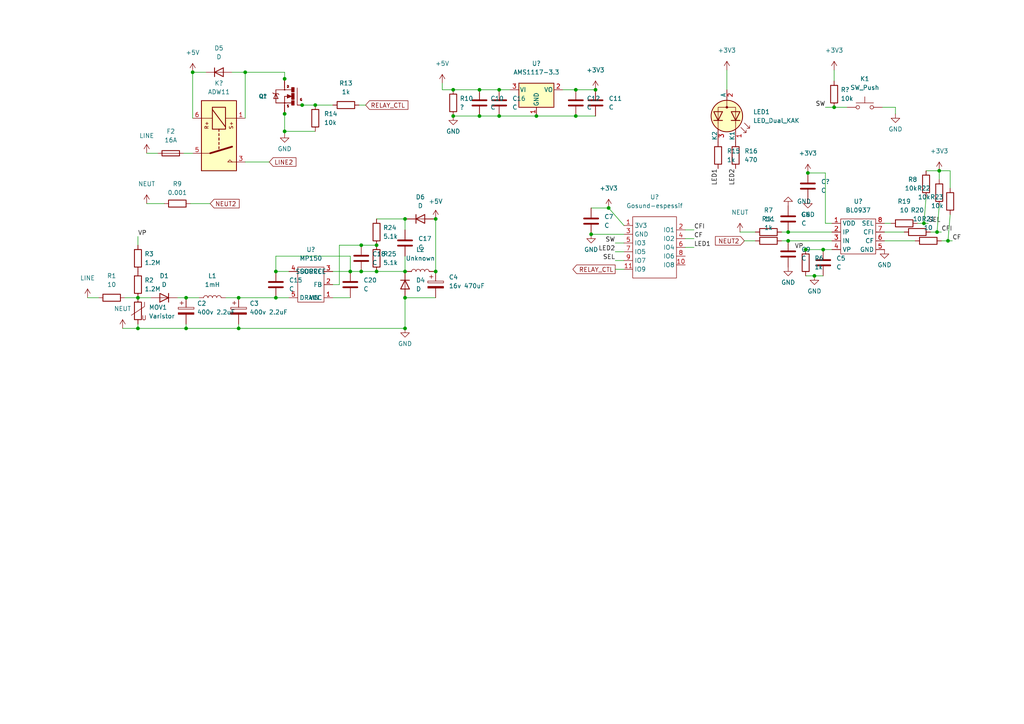
<source format=kicad_sch>
(kicad_sch (version 20211123) (generator eeschema)
  (paper "A4")
  (lib_symbols
    (symbol "Device:C" (pin_numbers hide) (pin_names (offset 0.254))
      (property "Reference" "C" (at 0.635 2.54 0))
      (property "Value" "C" (at 0.635 -2.54 0))
      (symbol "C_0_1"
        (polyline (pts (xy -2.032 -0.762) (xy 2.032 -0.762)) (stroke (width 0.508)))
        (polyline (pts (xy -2.032 0.762) (xy 2.032 0.762)) (stroke (width 0.508)))
      )
      (symbol "C_1_1"
        (pin passive line (at 0 3.81 270) (length 2.794) (name "~") (number "1"))
        (pin passive line (at 0 -3.81 90) (length 2.794) (name "~") (number "2"))
      )
    )
    (symbol "Device:C_Polarized" (pin_numbers hide) (pin_names (offset 0.254))
      (property "Reference" "C" (at 0.635 2.54 0))
      (property "Value" "C_Polarized" (at 0.635 -2.54 0))
      (symbol "C_Polarized_0_1"
        (rectangle (start -2.286 0.508) (end 2.286 1.016))
        (polyline (pts (xy -1.778 2.286) (xy -0.762 2.286)))
        (polyline (pts (xy -1.27 2.794) (xy -1.27 1.778)))
        (rectangle (start 2.286 -0.508) (end -2.286 -1.016) (fill (type outline)))
      )
      (symbol "C_Polarized_1_1"
        (pin passive line (at 0 3.81 270) (length 2.794) (name "~") (number "1"))
        (pin passive line (at 0 -3.81 90) (length 2.794) (name "~") (number "2"))
      )
    )
    (symbol "Device:D" (pin_numbers hide) (pin_names (offset 1.016) hide)
      (property "Reference" "D" (at 0 2.54 0))
      (property "Value" "D" (at 0 -2.54 0))
      (symbol "D_0_1"
        (polyline (pts (xy -1.27 1.27) (xy -1.27 -1.27)) (stroke (width 0.254)))
        (polyline (pts (xy 1.27 0) (xy -1.27 0)))
        (polyline (pts (xy 1.27 1.27) (xy 1.27 -1.27) (xy -1.27 0) (xy 1.27 1.27)) (stroke (width 0.254)))
      )
      (symbol "D_1_1"
        (pin passive line (at -3.81 0 0) (length 2.54) (name "K") (number "1"))
        (pin passive line (at 3.81 0 180) (length 2.54) (name "A") (number "2"))
      )
    )
    (symbol "Device:Fuse" (pin_numbers hide) (pin_names (offset 0))
      (property "Reference" "F" (at 2.032 0 90))
      (property "Value" "Fuse" (at -1.905 0 90))
      (symbol "Fuse_0_1"
        (rectangle (start -0.762 -2.54) (end 0.762 2.54) (stroke (width 0.254)))
        (polyline (pts (xy 0 2.54) (xy 0 -2.54)))
      )
      (symbol "Fuse_1_1"
        (pin passive line (at 0 3.81 270) (length 1.27) (name "~") (number "1"))
        (pin passive line (at 0 -3.81 90) (length 1.27) (name "~") (number "2"))
      )
    )
    (symbol "Device:L" (pin_numbers hide) (pin_names (offset 1.016) hide)
      (property "Reference" "L" (at -1.27 0 90))
      (property "Value" "L" (at 1.905 0 90))
      (symbol "L_0_1"
        (arc (start 0 -2.54) (mid 0.635 -1.905) (end 0 -1.27))
        (arc (start 0 -1.27) (mid 0.635 -0.635) (end 0 0))
        (arc (start 0 0) (mid 0.635 0.635) (end 0 1.27))
        (arc (start 0 1.27) (mid 0.635 1.905) (end 0 2.54))
      )
      (symbol "L_1_1"
        (pin passive line (at 0 3.81 270) (length 1.27) (name "1") (number "1"))
        (pin passive line (at 0 -3.81 90) (length 1.27) (name "2") (number "2"))
      )
    )
    (symbol "Device:LED_Dual_KAK" (pin_names (offset 0))
      (property "Reference" "D" (at 0 5.715 0))
      (property "Value" "LED_Dual_KAK" (at 0 -6.35 0))
      (symbol "LED_Dual_KAK_0_1"
        (circle (center -2.54 0) (radius 0.2794) (fill (type outline)))
        (polyline (pts (xy -4.572 0) (xy -2.54 0)))
        (polyline (pts (xy 1.27 -1.27) (xy 1.27 -3.81)) (stroke (width 0.254)))
        (polyline (pts (xy 1.27 3.81) (xy 1.27 1.27)) (stroke (width 0.254)))
        (polyline (pts (xy 3.81 -2.54) (xy 1.905 -2.54)))
        (polyline (pts (xy 3.81 2.54) (xy 1.905 2.54)))
        (polyline (pts (xy -1.27 -1.27) (xy -1.27 -3.81) (xy 1.27 -2.54) (xy -1.27 -1.27)) (stroke (width 0.254)))
        (polyline (pts (xy -1.27 3.81) (xy -1.27 1.27) (xy 1.27 2.54) (xy -1.27 3.81)) (stroke (width 0.254)))
        (polyline (pts (xy 2.032 2.54) (xy -2.54 2.54) (xy -2.54 -2.54) (xy 2.032 -2.54)))
        (polyline (pts (xy 2.032 5.08) (xy 3.556 6.604) (xy 2.794 6.604) (xy 3.556 6.604) (xy 3.556 5.842)))
        (polyline (pts (xy 3.302 4.064) (xy 4.826 5.588) (xy 4.064 5.588) (xy 4.826 5.588) (xy 4.826 4.826)))
        (circle (center 0 0) (radius 4.572) (stroke (width 0.254)) (fill (type background)))
      )
      (symbol "LED_Dual_KAK_1_1"
        (pin input line (at 7.62 2.54 180) (length 3.81) (name "K1") (number "1"))
        (pin input line (at -7.62 0 0) (length 3.048) (name "A") (number "2"))
        (pin input line (at 7.62 -2.54 180) (length 3.81) (name "K2") (number "3"))
      )
    )
    (symbol "Device:R" (pin_numbers hide) (pin_names (offset 0))
      (property "Reference" "R" (at 2.032 0 90))
      (property "Value" "R" (at 0 0 90))
      (symbol "R_0_1"
        (rectangle (start -1.016 -2.54) (end 1.016 2.54) (stroke (width 0.254)))
      )
      (symbol "R_1_1"
        (pin passive line (at 0 3.81 270) (length 1.27) (name "~") (number "1"))
        (pin passive line (at 0 -3.81 90) (length 1.27) (name "~") (number "2"))
      )
    )
    (symbol "Device:Varistor" (pin_numbers hide) (pin_names (offset 0))
      (property "Reference" "RV" (at 3.175 0 90))
      (property "Value" "Varistor" (at -3.175 0 90))
      (symbol "Varistor_0_0"
        (text "U" (at -1.778 -2.032 0) (effects (font (size 1.27 1.27))))
      )
      (symbol "Varistor_0_1"
        (rectangle (start -1.016 -2.54) (end 1.016 2.54) (stroke (width 0.254)))
        (polyline (pts (xy -1.905 2.54) (xy -1.905 1.27) (xy 1.905 -1.27)))
      )
      (symbol "Varistor_1_1"
        (pin passive line (at 0 3.81 270) (length 1.27) (name "~") (number "1"))
        (pin passive line (at 0 -3.81 90) (length 1.27) (name "~") (number "2"))
      )
    )
    (symbol "PW:BL0937"
      (property "Reference" "U" (at 0 8.89 0))
      (property "Value" "BL0937" (at 0 6.35 0))
      (symbol "BL0937_0_1"
        (rectangle (start -5.08 5.08) (end 5.08 -5.08))
      )
      (symbol "BL0937_1_1"
        (pin power_in line (at -7.62 3.81 0) (length 2.54) (name "VDD") (number "1"))
        (pin input line (at -7.62 1.27 0) (length 2.54) (name "IP") (number "2"))
        (pin input line (at -7.62 -1.27 0) (length 2.54) (name "IN") (number "3"))
        (pin input line (at -7.62 -3.81 0) (length 2.54) (name "VP") (number "4"))
        (pin power_in line (at 7.62 -3.81 180) (length 2.54) (name "GND") (number "5"))
        (pin input line (at 7.62 -1.27 180) (length 2.54) (name "CF") (number "6"))
        (pin input line (at 7.62 1.27 180) (length 2.54) (name "CFI") (number "7"))
        (pin input line (at 7.62 3.81 180) (length 2.54) (name "SEL") (number "8"))
      )
    )
    (symbol "PW:Gosund-espessif"
      (property "Reference" "U" (at -1.27 12.7 0))
      (property "Value" "Gosund-espessif" (at 0 10.16 0))
      (symbol "Gosund-espessif_0_1"
        (rectangle (start -6.35 8.89) (end 6.35 -8.89))
      )
      (symbol "Gosund-espessif_1_1"
        (pin power_in line (at -8.89 6.35 0) (length 2.54) (name "3V3") (number "1"))
        (pin bidirectional line (at 8.89 -5.08 180) (length 2.54) (name "IO8") (number "10"))
        (pin bidirectional line (at -8.89 -6.35 0) (length 2.54) (name "IO9") (number "11"))
        (pin bidirectional line (at 8.89 5.08 180) (length 2.54) (name "IO1") (number "2"))
        (pin power_in line (at -8.89 3.81 0) (length 2.54) (name "GND") (number "3"))
        (pin bidirectional line (at 8.89 2.54 180) (length 2.54) (name "IO2") (number "4"))
        (pin bidirectional line (at -8.89 1.27 0) (length 2.54) (name "IO3") (number "5"))
        (pin bidirectional line (at 8.89 0 180) (length 2.54) (name "IO4") (number "6"))
        (pin bidirectional line (at -8.89 -1.27 0) (length 2.54) (name "IO5") (number "7"))
        (pin bidirectional line (at 8.89 -2.54 180) (length 2.54) (name "IO6") (number "8"))
        (pin bidirectional line (at -8.89 -3.81 0) (length 2.54) (name "IO7") (number "9"))
      )
    )
    (symbol "PW:MP150"
      (property "Reference" "U" (at 0 0 0))
      (property "Value" "MP150" (at 0 0 0))
      (symbol "MP150_0_1"
        (rectangle (start -3.81 5.08) (end 3.81 -5.08) (stroke (width 0.1524)))
      )
      (symbol "MP150_1_1"
        (pin bidirectional line (at 6.35 -3.81 180) (length 2.54) (name "VCC") (number "1"))
        (pin input line (at 6.35 0 180) (length 2.54) (name "FB") (number "2"))
        (pin input line (at 6.35 3.81 180) (length 2.54) (name "SOURCE") (number "3"))
        (pin input line (at -6.35 3.81 0) (length 2.54) (name "SOURCE") (number "4"))
        (pin input line (at -6.35 -3.81 0) (length 2.54) (name "DRAIN") (number "5"))
      )
    )
    (symbol "PW:NMOSFETSOT23" (pin_numbers hide) (pin_names (offset 1.016) hide)
      (property "Reference" "Q" (at 7.62 2.54 0))
      (symbol "NMOSFETSOT23_1_0"
        (polyline (pts (xy -1.1176 -2.54) (xy -2.54 -2.54)))
        (polyline (pts (xy -1.1176 2.413) (xy -1.1176 -2.54)))
        (polyline (pts (xy 0.508 -1.905) (xy 2.54 -1.905)))
        (polyline (pts (xy 0.508 0) (xy 1.778 -0.508)))
        (polyline (pts (xy 0.762 0) (xy 1.651 -0.254)))
        (polyline (pts (xy 1.651 -0.254) (xy 1.651 0)))
        (polyline (pts (xy 1.651 0) (xy 1.397 0)))
        (polyline (pts (xy 1.651 0) (xy 2.54 0)))
        (polyline (pts (xy 1.651 0.254) (xy 0.762 0)))
        (polyline (pts (xy 1.778 -0.508) (xy 1.778 0.508)))
        (polyline (pts (xy 1.778 0.508) (xy 0.508 0)))
        (polyline (pts (xy 2.54 -1.905) (xy 2.54 -2.54)))
        (polyline (pts (xy 2.54 0) (xy 2.54 -1.905)))
        (polyline (pts (xy 2.54 1.905) (xy 0.5334 1.905)))
        (polyline (pts (xy 2.54 1.905) (xy 5.08 1.905)))
        (polyline (pts (xy 2.54 2.54) (xy 2.54 1.905)))
        (polyline (pts (xy 4.445 -0.635) (xy 5.715 -0.635)))
        (polyline (pts (xy 4.445 0.762) (xy 4.191 0.508)))
        (polyline (pts (xy 4.445 0.762) (xy 5.08 0.762)))
        (polyline (pts (xy 5.08 -1.905) (xy 2.54 -1.905)))
        (polyline (pts (xy 5.08 0.762) (xy 4.445 -0.635)))
        (polyline (pts (xy 5.08 0.762) (xy 5.08 -1.905)))
        (polyline (pts (xy 5.08 0.762) (xy 5.715 0.762)))
        (polyline (pts (xy 5.08 1.905) (xy 5.08 0.762)))
        (polyline (pts (xy 5.715 -0.635) (xy 5.08 0.762)))
        (polyline (pts (xy 5.715 0.762) (xy 5.969 1.016)))
        (text "D" (at 1.5748 2.8448 0) (effects (font (size 0.6604 0.6604))))
        (text "G" (at -2.2352 -0.9398 0) (effects (font (size 0.6604 0.6604))))
        (text "S" (at 1.5748 -2.8448 0) (effects (font (size 0.6604 0.6604))))
      )
      (symbol "NMOSFETSOT23_1_1"
        (rectangle (start -0.254 -2.54) (end 0.508 -1.27) (fill (type outline)))
        (rectangle (start -0.254 -0.889) (end 0.508 0.889) (fill (type outline)))
        (rectangle (start -0.254 1.27) (end 0.508 2.54) (fill (type outline)))
        (circle (center 2.54 -1.905) (radius 0.127) (fill (type outline)))
        (circle (center 2.54 1.905) (radius 0.127) (fill (type outline)))
        (pin passive line (at -2.54 -2.54 0) (length 0) (name "G") (number "1"))
        (pin passive line (at 2.54 -5.08 90) (length 2.54) (name "S") (number "2"))
        (pin passive line (at 2.54 5.08 270) (length 2.54) (name "D") (number "3"))
      )
    )
    (symbol "Regulator_Linear:AMS1117-3.3" (pin_names (offset 0.254))
      (property "Reference" "U" (at -3.81 3.175 0))
      (property "Value" "AMS1117-3.3" (at 0 3.175 0))
      (symbol "AMS1117-3.3_0_1"
        (rectangle (start -5.08 -5.08) (end 5.08 1.905) (stroke (width 0.254)) (fill (type background)))
      )
      (symbol "AMS1117-3.3_1_1"
        (pin power_in line (at 0 -7.62 90) (length 2.54) (name "GND") (number "1"))
        (pin power_out line (at 7.62 0 180) (length 2.54) (name "VO") (number "2"))
        (pin power_in line (at -7.62 0 0) (length 2.54) (name "VI") (number "3"))
      )
    )
    (symbol "Relay:ADW11"
      (property "Reference" "K" (at 11.43 3.81 0))
      (property "Value" "ADW11" (at 13.97 1.27 0))
      (symbol "ADW11_1_1"
        (rectangle (start -10.16 5.08) (end 10.16 -5.08) (stroke (width 0.254)) (fill (type background)))
        (rectangle (start -8.255 1.905) (end -1.905 -1.905) (stroke (width 0.254)))
        (polyline (pts (xy -7.62 -1.905) (xy -2.54 1.905)) (stroke (width 0.254)))
        (polyline (pts (xy -5.08 -5.08) (xy -5.08 -1.905)))
        (polyline (pts (xy -5.08 5.08) (xy -5.08 1.905)))
        (polyline (pts (xy -1.905 0) (xy -1.27 0)) (stroke (width 0.254)))
        (polyline (pts (xy -0.635 0) (xy 0 0)) (stroke (width 0.254)))
        (polyline (pts (xy 0.635 0) (xy 1.27 0)) (stroke (width 0.254)))
        (polyline (pts (xy 0.635 0) (xy 1.27 0)) (stroke (width 0.254)))
        (polyline (pts (xy 1.905 0) (xy 2.54 0)) (stroke (width 0.254)))
        (polyline (pts (xy 3.175 0) (xy 3.81 0)) (stroke (width 0.254)))
        (polyline (pts (xy 5.08 -2.54) (xy 3.175 3.81)) (stroke (width 0.508)))
        (polyline (pts (xy 5.08 -2.54) (xy 5.08 -5.08)))
        (polyline (pts (xy 7.62 3.81) (xy 7.62 5.08)))
        (polyline (pts (xy 7.62 3.81) (xy 7.62 2.54) (xy 6.985 3.175) (xy 7.62 3.81)))
        (text "R+" (at -3.048 -3.556 0) (effects (font (size 1.016 1.016))))
        (text "S+" (at -3.048 3.556 0) (effects (font (size 1.016 1.016))))
        (pin passive line (at -5.08 7.62 270) (length 2.54) (name "~") (number "1"))
        (pin passive line (at 7.62 7.62 270) (length 2.54) (name "~") (number "3"))
        (pin passive line (at 5.08 -7.62 90) (length 2.54) (name "~") (number "5"))
        (pin passive line (at -5.08 -7.62 90) (length 2.54) (name "~") (number "6"))
      )
    )
    (symbol "Switch:SW_Push" (pin_numbers hide) (pin_names (offset 1.016) hide)
      (property "Reference" "SW" (at 1.27 2.54 0))
      (property "Value" "SW_Push" (at 0 -1.524 0))
      (symbol "SW_Push_0_1"
        (circle (center -2.032 0) (radius 0.508))
        (polyline (pts (xy 0 1.27) (xy 0 3.048)))
        (polyline (pts (xy 2.54 1.27) (xy -2.54 1.27)))
        (circle (center 2.032 0) (radius 0.508))
        (pin passive line (at -5.08 0 0) (length 2.54) (name "1") (number "1"))
        (pin passive line (at 5.08 0 180) (length 2.54) (name "2") (number "2"))
      )
    )
    (symbol "power:+3V3" (power) (pin_names (offset 0))
      (property "Value" "+3V3" (at 0 3.556 0))
      (symbol "+3V3_0_1"
        (polyline (pts (xy -0.762 1.27) (xy 0 2.54)))
        (polyline (pts (xy 0 0) (xy 0 2.54)))
        (polyline (pts (xy 0 2.54) (xy 0.762 1.27)))
      )
      (symbol "+3V3_1_1"
        (pin power_in line (at 0 0 90) (length 0) hide (name "+3V3") (number "1"))
      )
    )
    (symbol "power:+5V" (power) (pin_names (offset 0))
      (property "Value" "+5V" (at 0 3.556 0))
      (symbol "+5V_0_1"
        (polyline (pts (xy -0.762 1.27) (xy 0 2.54)))
        (polyline (pts (xy 0 0) (xy 0 2.54)))
        (polyline (pts (xy 0 2.54) (xy 0.762 1.27)))
      )
      (symbol "+5V_1_1"
        (pin power_in line (at 0 0 90) (length 0) hide (name "+5V") (number "1"))
      )
    )
    (symbol "power:GND" (power) (pin_names (offset 0))
      (property "Value" "GND" (at 0 -3.81 0))
      (symbol "GND_0_1"
        (polyline (pts (xy 0 0) (xy 0 -1.27) (xy 1.27 -1.27) (xy 0 -2.54) (xy -1.27 -1.27) (xy 0 -1.27)))
      )
      (symbol "GND_1_1"
        (pin power_in line (at 0 0 270) (length 0) hide (name "GND") (number "1"))
      )
    )
    (symbol "power:LINE" (power) (pin_names (offset 0))
      (property "Value" "LINE" (at 0 3.81 0))
      (symbol "LINE_0_1"
        (polyline (pts (xy -0.762 1.27) (xy 0 2.54)))
        (polyline (pts (xy 0 0) (xy 0 2.54)))
        (polyline (pts (xy 0 2.54) (xy 0.762 1.27)))
      )
      (symbol "LINE_1_1"
        (pin power_in line (at 0 0 90) (length 0) hide (name "LINE") (number "1"))
      )
    )
    (symbol "power:NEUT" (power) (pin_names (offset 0))
      (property "Value" "NEUT" (at 0 3.81 0))
      (symbol "NEUT_0_1"
        (polyline (pts (xy -0.762 1.27) (xy 0 2.54)))
        (polyline (pts (xy 0 0) (xy 0 2.54)))
        (polyline (pts (xy 0 2.54) (xy 0.762 1.27)))
      )
      (symbol "NEUT_1_1"
        (pin power_in line (at 0 0 90) (length 0) hide (name "NEUT") (number "1"))
      )
    )
  )
  (junction (at 172.72 26.035))
  (junction (at 233.68 72.39))
  (junction (at 91.44 30.48))
  (junction (at 80.01 78.74))
  (junction (at 80.01 86.36))
  (junction (at 139.065 26.035))
  (junction (at 87.63 30.48))
  (junction (at 171.45 67.945))
  (junction (at 139.065 33.655))
  (junction (at 55.88 20.955))
  (junction (at 167.005 33.655))
  (junction (at 82.55 33.02))
  (junction (at 228.6 67.31))
  (junction (at 53.975 95.25))
  (junction (at 109.22 71.12))
  (junction (at 117.475 86.36))
  (junction (at 71.12 20.955))
  (junction (at 117.475 95.25))
  (junction (at 234.315 50.165))
  (junction (at 40.005 86.36))
  (junction (at 272.415 49.53))
  (junction (at 126.365 63.5))
  (junction (at 40.005 95.25))
  (junction (at 53.975 86.36))
  (junction (at 155.575 33.655))
  (junction (at 109.22 78.74))
  (junction (at 167.005 26.035))
  (junction (at 104.775 78.74))
  (junction (at 126.365 78.74))
  (junction (at 271.78 67.31))
  (junction (at 104.775 71.12))
  (junction (at 267.97 64.77))
  (junction (at 238.76 72.39))
  (junction (at 117.475 78.74))
  (junction (at 69.215 95.25))
  (junction (at 274.955 69.85))
  (junction (at 236.22 80.01))
  (junction (at 144.78 33.655))
  (junction (at 69.215 86.36))
  (junction (at 131.445 26.035))
  (junction (at 228.6 69.85))
  (junction (at 101.6 78.74))
  (junction (at 82.55 22.86))
  (junction (at 131.445 33.655))
  (junction (at 241.935 31.115))
  (junction (at 117.475 63.5))
  (junction (at 144.78 26.035))
  (junction (at 176.53 60.325))
  (junction (at 82.55 38.1))
  (wire (pts (xy 275.59 49.53) (xy 272.415 49.53)))
  (wire (pts (xy 239.395 50.165) (xy 239.395 64.77)))
  (wire (pts (xy 256.54 64.77) (xy 258.445 64.77)))
  (wire (pts (xy 215.9 69.85) (xy 219.075 69.85)))
  (wire (pts (xy 178.435 75.565) (xy 180.975 75.565)))
  (wire (pts (xy 178.435 70.485) (xy 180.975 70.485)))
  (wire (pts (xy 82.55 20.955) (xy 71.12 20.955)))
  (wire (pts (xy 109.22 78.74) (xy 117.475 78.74)))
  (wire (pts (xy 210.82 20.32) (xy 210.82 26.035)))
  (wire (pts (xy 53.975 86.36) (xy 57.785 86.36)))
  (wire (pts (xy 91.44 30.48) (xy 96.52 30.48)))
  (wire (pts (xy 167.005 26.035) (xy 172.72 26.035)))
  (wire (pts (xy 40.005 93.98) (xy 40.005 95.25)))
  (wire (pts (xy 96.52 78.74) (xy 101.6 78.74)))
  (wire (pts (xy 267.97 64.77) (xy 269.24 64.77)))
  (wire (pts (xy 65.405 86.36) (xy 69.215 86.36)))
  (wire (pts (xy 228.6 69.85) (xy 241.3 69.85)))
  (wire (pts (xy 239.395 31.115) (xy 241.935 31.115)))
  (wire (pts (xy 131.445 33.655) (xy 139.065 33.655)))
  (wire (pts (xy 80.01 78.74) (xy 83.82 78.74)))
  (wire (pts (xy 40.005 95.25) (xy 53.975 95.25)))
  (wire (pts (xy 272.415 49.53) (xy 268.605 49.53)))
  (wire (pts (xy 214.63 67.31) (xy 219.075 67.31)))
  (wire (pts (xy 117.475 63.5) (xy 118.11 63.5)))
  (wire (pts (xy 272.415 49.53) (xy 272.415 52.07)))
  (wire (pts (xy 96.52 86.36) (xy 101.6 86.36)))
  (wire (pts (xy 104.775 71.12) (xy 98.425 71.12)))
  (wire (pts (xy 51.435 86.36) (xy 53.975 86.36)))
  (wire (pts (xy 144.78 26.035) (xy 147.955 26.035)))
  (wire (pts (xy 42.545 44.45) (xy 45.72 44.45)))
  (wire (pts (xy 131.445 26.035) (xy 139.065 26.035)))
  (wire (pts (xy 128.27 24.13) (xy 128.27 26.035)))
  (wire (pts (xy 273.05 69.85) (xy 274.955 69.85)))
  (wire (pts (xy 139.065 33.655) (xy 144.78 33.655)))
  (wire (pts (xy 125.73 63.5) (xy 126.365 63.5)))
  (wire (pts (xy 233.68 72.39) (xy 238.76 72.39)))
  (wire (pts (xy 239.395 64.77) (xy 241.3 64.77)))
  (wire (pts (xy 82.55 22.86) (xy 82.55 20.955)))
  (wire (pts (xy 82.55 38.1) (xy 91.44 38.1)))
  (wire (pts (xy 275.59 54.61) (xy 275.59 49.53)))
  (wire (pts (xy 163.195 26.035) (xy 167.005 26.035)))
  (wire (pts (xy 117.475 86.36) (xy 126.365 86.36)))
  (wire (pts (xy 171.45 60.325) (xy 176.53 60.325)))
  (wire (pts (xy 228.6 67.31) (xy 241.3 67.31)))
  (wire (pts (xy 271.78 67.31) (xy 272.415 59.69)))
  (wire (pts (xy 40.005 86.36) (xy 43.815 86.36)))
  (wire (pts (xy 98.425 71.12) (xy 98.425 82.55)))
  (wire (pts (xy 198.755 69.215) (xy 201.295 69.215)))
  (wire (pts (xy 80.01 74.295) (xy 101.6 74.295)))
  (wire (pts (xy 87.63 30.48) (xy 91.44 30.48)))
  (wire (pts (xy 269.875 67.31) (xy 271.78 67.31)))
  (wire (pts (xy 178.435 73.025) (xy 180.975 73.025)))
  (wire (pts (xy 274.955 69.85) (xy 276.225 69.85)))
  (wire (pts (xy 238.76 72.39) (xy 241.3 72.39)))
  (wire (pts (xy 233.045 72.39) (xy 233.68 72.39)))
  (wire (pts (xy 55.88 20.955) (xy 59.69 20.955)))
  (wire (pts (xy 40.005 68.58) (xy 40.005 71.12)))
  (wire (pts (xy 98.425 82.55) (xy 96.52 82.55)))
  (wire (pts (xy 266.065 64.77) (xy 267.97 64.77)))
  (wire (pts (xy 28.575 86.36) (xy 25.4 86.36)))
  (wire (pts (xy 80.01 78.74) (xy 80.01 74.295)))
  (wire (pts (xy 69.215 95.25) (xy 117.475 95.25)))
  (wire (pts (xy 259.715 31.115) (xy 259.715 33.02)))
  (wire (pts (xy 198.755 66.675) (xy 201.295 66.675)))
  (wire (pts (xy 126.365 63.5) (xy 126.365 78.74)))
  (wire (pts (xy 35.56 95.25) (xy 40.005 95.25)))
  (wire (pts (xy 176.53 60.325) (xy 180.975 65.405)))
  (wire (pts (xy 71.12 46.99) (xy 78.105 46.99)))
  (wire (pts (xy 71.12 20.955) (xy 67.31 20.955)))
  (wire (pts (xy 144.78 33.655) (xy 155.575 33.655)))
  (wire (pts (xy 80.01 86.36) (xy 83.82 86.36)))
  (wire (pts (xy 125.73 78.74) (xy 126.365 78.74)))
  (wire (pts (xy 226.695 69.85) (xy 228.6 69.85)))
  (wire (pts (xy 256.54 69.85) (xy 265.43 69.85)))
  (wire (pts (xy 82.55 33.02) (xy 82.55 38.1)))
  (wire (pts (xy 226.695 67.31) (xy 228.6 67.31)))
  (wire (pts (xy 69.215 95.25) (xy 53.975 95.25)))
  (wire (pts (xy 55.245 59.055) (xy 60.96 59.055)))
  (wire (pts (xy 55.88 34.29) (xy 55.88 20.955)))
  (wire (pts (xy 104.775 78.74) (xy 109.22 78.74)))
  (wire (pts (xy 53.975 95.25) (xy 53.975 93.98)))
  (wire (pts (xy 236.22 80.01) (xy 238.76 80.01)))
  (wire (pts (xy 267.97 64.77) (xy 268.605 57.15)))
  (wire (pts (xy 117.475 63.5) (xy 117.475 66.675)))
  (wire (pts (xy 117.475 95.25) (xy 117.475 86.36)))
  (wire (pts (xy 255.905 31.115) (xy 259.715 31.115)))
  (wire (pts (xy 155.575 33.655) (xy 167.005 33.655)))
  (wire (pts (xy 69.215 86.36) (xy 80.01 86.36)))
  (wire (pts (xy 256.54 67.31) (xy 262.255 67.31)))
  (wire (pts (xy 178.435 78.105) (xy 180.975 78.105)))
  (wire (pts (xy 106.045 30.48) (xy 104.14 30.48)))
  (wire (pts (xy 139.065 26.035) (xy 144.78 26.035)))
  (wire (pts (xy 131.445 26.035) (xy 128.27 26.035)))
  (wire (pts (xy 42.545 59.055) (xy 47.625 59.055)))
  (wire (pts (xy 241.935 31.115) (xy 245.745 31.115)))
  (wire (pts (xy 198.755 71.755) (xy 201.295 71.755)))
  (wire (pts (xy 101.6 78.74) (xy 104.775 78.74)))
  (wire (pts (xy 117.475 78.74) (xy 118.11 78.74)))
  (wire (pts (xy 36.195 86.36) (xy 40.005 86.36)))
  (wire (pts (xy 239.395 50.165) (xy 234.315 50.165)))
  (wire (pts (xy 69.215 93.98) (xy 69.215 95.25)))
  (wire (pts (xy 101.6 74.295) (xy 101.6 78.74)))
  (wire (pts (xy 53.34 44.45) (xy 55.88 44.45)))
  (wire (pts (xy 171.45 67.945) (xy 180.975 67.945)))
  (wire (pts (xy 167.005 33.655) (xy 172.72 33.655)))
  (wire (pts (xy 109.22 63.5) (xy 117.475 63.5)))
  (wire (pts (xy 241.935 20.32) (xy 241.935 23.495)))
  (wire (pts (xy 271.78 67.31) (xy 273.05 67.31)))
  (wire (pts (xy 109.22 71.12) (xy 104.775 71.12)))
  (wire (pts (xy 71.12 34.29) (xy 71.12 20.955)))
  (wire (pts (xy 117.475 74.295) (xy 117.475 78.74)))
  (wire (pts (xy 274.955 69.85) (xy 275.59 62.23)))
  (wire (pts (xy 82.55 38.1) (xy 82.55 38.735)))
  (wire (pts (xy 233.68 80.01) (xy 236.22 80.01)))
  (label "SW" (at 239.395 31.115 180))
  (label "LED2" (at 213.36 48.895 270))
  (label "CF" (at 276.225 69.85 0))
  (label "SW" (at 178.435 70.485 180))
  (label "VP" (at 40.005 68.58 0))
  (label "CF" (at 201.295 69.215 0))
  (label "LED1" (at 208.28 48.895 270))
  (label "CFI" (at 273.05 67.31 0))
  (label "LED1" (at 201.295 71.755 0))
  (label "SEL" (at 269.24 64.77 0))
  (label "CFI" (at 201.295 66.675 0))
  (label "VP" (at 233.045 72.39 180))
  (label "LED2" (at 178.435 73.025 180))
  (label "SEL" (at 178.435 75.565 180))
  (global_label "RELAY_CTL" (shape input) (at 106.045 30.48 0) (property "Intersheet References" "${INTERSHEET_REFS}" (effects hide)))
  (global_label "NEUT2" (shape input) (at 60.96 59.055 0) (property "Intersheet References" "${INTERSHEET_REFS}" (effects hide)))
  (global_label "RELAY_CTL" (shape output) (at 178.435 78.105 180) (property "Intersheet References" "${INTERSHEET_REFS}" (effects hide)))
  (global_label "NEUT2" (shape input) (at 215.9 69.85 180) (property "Intersheet References" "${INTERSHEET_REFS}" (effects hide)))
  (global_label "LINE2" (shape input) (at 78.105 46.99 0) (property "Intersheet References" "${INTERSHEET_REFS}" (effects hide)))
  (symbol (lib_id "Device:R") (at 40.005 74.93 0) (mirror y) (unit 1)
    (property "Reference" "R3" (at 41.91 73.66 0) (effects (justify right)))
    (property "Value" "1.2M" (at 41.91 76.2 0) (effects (justify right)))
  )
  (symbol (lib_id "Relay:ADW11") (at 63.5 39.37 270) (unit 1)
    (property "Reference" "K?" (at 63.5 24.13 90))
    (property "Value" "ADW11" (at 63.5 26.67 90))
    (property "Footprint" "Relay_THT:Relay_1P1T_NO_10x24x18.8mm_Panasonic_ADW11xxxxW_THT" (effects hide))
    (property "Datasheet" "https://www.panasonic-electric-works.com/pew/es/downloads/ds_dw_hl_en.pdf" (effects hide))
  )
  (symbol (lib_id "Device:C") (at 80.01 82.55 180) (unit 1)
    (property "Reference" "C15" (at 83.82 81.2799 0) (effects (justify right)))
    (property "Value" "C" (at 83.82 83.8199 0) (effects (justify right)))
  )
  (symbol (lib_id "Device:C") (at 228.6 73.66 180) (unit 1)
    (property "Reference" "C9" (at 232.41 72.3899 0) (effects (justify right)))
    (property "Value" "C" (at 232.41 74.9299 0) (effects (justify right)))
  )
  (symbol (lib_id "Device:R") (at 208.28 45.085 0) (mirror y) (unit 1)
    (property "Reference" "R15" (at 210.82 43.8149 0) (effects (justify right)))
    (property "Value" "1k" (at 210.82 46.3549 0) (effects (justify right)))
  )
  (symbol (lib_id "power:GND") (at 82.55 38.735 0) (unit 1)
    (property "Reference" "#PWR?" (effects hide))
    (property "Value" "GND" (at 82.55 43.18 0))
  )
  (symbol (lib_id "Device:C") (at 117.475 70.485 180) (unit 1)
    (property "Reference" "C17" (at 121.285 69.2149 0) (effects (justify right)))
    (property "Value" "C" (at 121.285 71.7549 0) (effects (justify right)))
  )
  (symbol (lib_id "Device:R") (at 109.22 67.31 0) (mirror y) (unit 1)
    (property "Reference" "R24" (at 111.125 66.04 0) (effects (justify right)))
    (property "Value" "5.1k" (at 111.125 68.58 0) (effects (justify right)))
  )
  (symbol (lib_id "Device:R") (at 241.935 27.305 0) (mirror y) (unit 1)
    (property "Reference" "R?" (at 243.84 26.0349 0) (effects (justify right)))
    (property "Value" "10k" (at 243.84 28.5749 0) (effects (justify right)))
  )
  (symbol (lib_id "Device:R") (at 91.44 34.29 0) (mirror y) (unit 1)
    (property "Reference" "R14" (at 93.98 33.0199 0) (effects (justify right)))
    (property "Value" "10k" (at 93.98 35.5599 0) (effects (justify right)))
  )
  (symbol (lib_id "Device:R") (at 268.605 53.34 0) (mirror x) (unit 1)
    (property "Reference" "R8" (at 266.065 52.0699 0) (effects (justify right)))
    (property "Value" "10k" (at 266.065 54.6099 0) (effects (justify right)))
  )
  (symbol (lib_id "power:LINE") (at 25.4 86.36 0) (mirror y) (unit 1)
    (property "Reference" "#PWR?" (effects hide))
    (property "Value" "LINE" (at 25.4 80.645 0))
  )
  (symbol (lib_id "power:NEUT") (at 214.63 67.31 0) (unit 1)
    (property "Reference" "#PWR?" (effects hide))
    (property "Value" "NEUT" (at 214.63 61.595 0))
  )
  (symbol (lib_id "Device:L") (at 61.595 86.36 90) (unit 1)
    (property "Reference" "L1" (at 61.595 80.01 90))
    (property "Value" "1mH" (at 61.595 82.55 90))
  )
  (symbol (lib_id "Device:R") (at 40.005 82.55 0) (mirror y) (unit 1)
    (property "Reference" "R2" (at 41.91 81.28 0) (effects (justify right)))
    (property "Value" "1.2M" (at 41.91 83.82 0) (effects (justify right)))
  )
  (symbol (lib_id "Device:C_Polarized") (at 53.975 90.17 0) (unit 1)
    (property "Reference" "C2" (at 57.15 88.0109 0) (effects (justify left)))
    (property "Value" "400v 2.2uF" (at 57.15 90.5509 0) (effects (justify left)))
  )
  (symbol (lib_id "Device:LED_Dual_KAK") (at 210.82 33.655 270) (unit 1)
    (property "Reference" "LED1" (at 218.44 32.4484 90) (effects (justify left)))
    (property "Value" "LED_Dual_KAK" (at 218.44 34.9884 90) (effects (justify left)))
    (property "Footprint" "LED_THT:LED_D3.0mm-3" (effects hide))
  )
  (symbol (lib_id "Device:R") (at 131.445 29.845 0) (mirror y) (unit 1)
    (property "Reference" "R10" (at 133.35 28.5749 0) (effects (justify right)))
    (property "Value" "?" (at 133.35 31.1149 0) (effects (justify right)))
  )
  (symbol (lib_id "Device:R") (at 213.36 45.085 0) (mirror y) (unit 1)
    (property "Reference" "R16" (at 215.9 43.8149 0) (effects (justify right)))
    (property "Value" "470" (at 215.9 46.3549 0) (effects (justify right)))
  )
  (symbol (lib_id "Device:R") (at 222.885 67.31 90) (mirror x) (unit 1)
    (property "Reference" "R7" (at 222.885 60.96 90))
    (property "Value" "1k" (at 222.885 63.5 90))
  )
  (symbol (lib_id "Device:R") (at 233.68 76.2 0) (mirror y) (unit 1)
    (property "Reference" "R6" (at 236.22 74.9299 0) (effects (justify right)))
    (property "Value" "1k" (at 236.22 77.4699 0) (effects (justify right)))
  )
  (symbol (lib_id "power:LINE") (at 42.545 44.45 0) (unit 1)
    (property "Reference" "#PWR?" (effects hide))
    (property "Value" "LINE" (at 42.545 39.37 0))
  )
  (symbol (lib_id "Device:C_Polarized") (at 126.365 82.55 0) (unit 1)
    (property "Reference" "C4" (at 130.175 80.3909 0) (effects (justify left)))
    (property "Value" "16v 470uF" (at 130.175 82.9309 0) (effects (justify left)))
  )
  (symbol (lib_id "Device:C") (at 172.72 29.845 180) (unit 1)
    (property "Reference" "C11" (at 176.53 28.5749 0) (effects (justify right)))
    (property "Value" "C" (at 176.53 31.1149 0) (effects (justify right)))
  )
  (symbol (lib_id "power:GND") (at 171.45 67.945 0) (unit 1)
    (property "Reference" "#PWR?" (effects hide))
    (property "Value" "GND" (at 171.45 72.39 0))
  )
  (symbol (lib_id "Device:R") (at 51.435 59.055 270) (unit 1)
    (property "Reference" "R9" (at 51.435 53.34 90))
    (property "Value" "0.001" (at 51.435 55.88 90))
  )
  (symbol (lib_id "Device:C") (at 167.005 29.845 180) (unit 1)
    (property "Reference" "C12" (at 170.18 28.5749 0) (effects (justify right)))
    (property "Value" "C" (at 170.18 31.1149 0) (effects (justify right)))
  )
  (symbol (lib_id "power:GND") (at 259.715 33.02 0) (unit 1)
    (property "Reference" "#PWR?" (effects hide))
    (property "Value" "GND" (at 259.715 37.465 0))
  )
  (symbol (lib_id "Device:D") (at 117.475 82.55 270) (unit 1)
    (property "Reference" "D4" (at 120.65 81.2799 90) (effects (justify left)))
    (property "Value" "D" (at 120.65 83.8199 90) (effects (justify left)))
  )
  (symbol (lib_id "power:GND") (at 234.315 57.785 0) (unit 1)
    (property "Reference" "#PWR?" (effects hide))
    (property "Value" "GND" (at 234.315 62.23 0))
  )
  (symbol (lib_id "Device:Fuse") (at 49.53 44.45 90) (unit 1)
    (property "Reference" "F2" (at 49.53 38.1 90))
    (property "Value" "16A" (at 49.53 40.64 90))
  )
  (symbol (lib_id "Device:C_Polarized") (at 69.215 90.17 0) (unit 1)
    (property "Reference" "C3" (at 72.39 88.0109 0) (effects (justify left)))
    (property "Value" "400v 2.2uF" (at 72.39 90.5509 0) (effects (justify left)))
  )
  (symbol (lib_id "PW:Gosund-espessif") (at 189.865 71.755 0) (unit 1)
    (property "Reference" "U?" (at 189.865 57.15 0))
    (property "Value" "Gosund-espessif" (at 189.865 59.69 0))
  )
  (symbol (lib_id "Device:D") (at 63.5 20.955 0) (unit 1)
    (property "Reference" "D5" (at 63.5 13.97 0))
    (property "Value" "D" (at 63.5 16.51 0))
  )
  (symbol (lib_id "power:NEUT") (at 42.545 59.055 0) (unit 1)
    (property "Reference" "#PWR?" (effects hide))
    (property "Value" "NEUT" (at 42.545 53.34 0))
  )
  (symbol (lib_id "Device:C") (at 104.775 74.93 180) (unit 1)
    (property "Reference" "C18" (at 107.95 73.6599 0) (effects (justify right)))
    (property "Value" "C" (at 107.95 76.1999 0) (effects (justify right)))
  )
  (symbol (lib_id "Device:R") (at 266.065 67.31 90) (mirror x) (unit 1)
    (property "Reference" "R20" (at 266.065 60.96 90))
    (property "Value" "10" (at 266.065 63.5 90))
  )
  (symbol (lib_id "Device:R") (at 272.415 55.88 0) (mirror x) (unit 1)
    (property "Reference" "R22" (at 269.875 54.6099 0) (effects (justify right)))
    (property "Value" "10k" (at 269.875 57.1499 0) (effects (justify right)))
  )
  (symbol (lib_id "Device:R") (at 109.22 74.93 0) (mirror y) (unit 1)
    (property "Reference" "R25" (at 111.125 73.66 0) (effects (justify right)))
    (property "Value" "5.1k" (at 111.125 76.2 0) (effects (justify right)))
  )
  (symbol (lib_id "Device:C") (at 228.6 63.5 180) (unit 1)
    (property "Reference" "C6" (at 232.41 62.2299 0) (effects (justify right)))
    (property "Value" "C" (at 232.41 64.7699 0) (effects (justify right)))
  )
  (symbol (lib_id "Device:R") (at 222.885 69.85 90) (mirror x) (unit 1)
    (property "Reference" "R11" (at 222.885 63.5 90))
    (property "Value" "1k" (at 222.885 66.04 90))
  )
  (symbol (lib_id "power:+5V") (at 126.365 63.5 0) (unit 1)
    (property "Reference" "#PWR?" (effects hide))
    (property "Value" "+5V" (at 126.365 58.42 0))
  )
  (symbol (lib_id "power:GND") (at 228.6 77.47 0) (unit 1)
    (property "Reference" "#PWR?" (effects hide))
    (property "Value" "GND" (at 228.6 81.915 0))
  )
  (symbol (lib_id "Device:D") (at 47.625 86.36 180) (unit 1)
    (property "Reference" "D1" (at 47.625 80.01 0))
    (property "Value" "D" (at 47.625 82.55 0))
  )
  (symbol (lib_id "PW:NMOSFETSOT23") (at 85.09 27.94 0) (mirror y) (unit 1)
    (property "Reference" "Q1" (at 77.47 27.94 0) (effects (font (size 1.143 1.143)) (justify left)))
    (property "Value" "NMOSFETSOT23" (effects hide))
    (property "Footprint" "PW:SOT23" (effects hide))
  )
  (symbol (lib_id "power:+3V3") (at 172.72 26.035 0) (unit 1)
    (property "Reference" "#PWR?" (effects hide))
    (property "Value" "+3V3" (at 172.72 20.32 0))
  )
  (symbol (lib_id "Device:R") (at 262.255 64.77 90) (mirror x) (unit 1)
    (property "Reference" "R19" (at 262.255 58.42 90))
    (property "Value" "10" (at 262.255 60.96 90))
  )
  (symbol (lib_id "power:GND") (at 117.475 95.25 0) (unit 1)
    (property "Reference" "#PWR?" (effects hide))
    (property "Value" "GND" (at 117.475 99.695 0))
  )
  (symbol (lib_id "Device:Varistor") (at 40.005 90.17 0) (mirror y) (unit 1)
    (property "Reference" "MOV1" (at 43.18 89.1531 0) (effects (justify right)))
    (property "Value" "Varistor" (at 43.18 91.6931 0) (effects (justify right)))
  )
  (symbol (lib_id "Device:R") (at 100.33 30.48 90) (mirror x) (unit 1)
    (property "Reference" "R13" (at 100.33 24.13 90))
    (property "Value" "1k" (at 100.33 26.67 90))
  )
  (symbol (lib_id "power:GND") (at 131.445 33.655 0) (unit 1)
    (property "Reference" "#PWR?" (effects hide))
    (property "Value" "GND" (at 131.445 38.1 0))
  )
  (symbol (lib_id "Device:C") (at 171.45 64.135 180) (unit 1)
    (property "Reference" "C7" (at 175.26 62.8649 0) (effects (justify right)))
    (property "Value" "C" (at 175.26 65.4049 0) (effects (justify right)))
  )
  (symbol (lib_id "Device:C") (at 234.315 53.975 180) (unit 1)
    (property "Reference" "C?" (at 238.125 52.7049 0) (effects (justify right)))
    (property "Value" "C" (at 238.125 55.2449 0) (effects (justify right)))
  )
  (symbol (lib_id "Device:L") (at 121.92 78.74 90) (unit 1)
    (property "Reference" "L2" (at 121.92 72.39 90))
    (property "Value" "Unknown" (at 121.92 74.93 90))
  )
  (symbol (lib_id "PW:NMOSFETSOT23") (at 85.09 27.94 0) (mirror y) (unit 1)
    (property "Reference" "Q?" (at 77.47 27.94 0) (effects (font (size 1.143 1.143)) (justify left)))
    (property "Value" "NMOSFETSOT23" (effects hide))
    (property "Footprint" "PW:SOT23" (effects hide))
  )
  (symbol (lib_id "power:+3V3") (at 234.315 50.165 0) (unit 1)
    (property "Reference" "#PWR?" (effects hide))
    (property "Value" "+3V3" (at 234.315 44.45 0))
  )
  (symbol (lib_id "Device:R") (at 32.385 86.36 270) (mirror x) (unit 1)
    (property "Reference" "R1" (at 32.385 80.01 90))
    (property "Value" "10" (at 32.385 82.55 90))
  )
  (symbol (lib_id "Device:R") (at 275.59 58.42 0) (mirror x) (unit 1)
    (property "Reference" "R23" (at 273.685 57.1499 0) (effects (justify right)))
    (property "Value" "10k" (at 273.685 59.6899 0) (effects (justify right)))
  )
  (symbol (lib_id "power:+3V3") (at 176.53 60.325 0) (unit 1)
    (property "Reference" "#PWR?" (effects hide))
    (property "Value" "+3V3" (at 176.53 54.61 0))
  )
  (symbol (lib_id "Device:R") (at 269.24 69.85 90) (mirror x) (unit 1)
    (property "Reference" "R21" (at 269.24 63.5 90))
    (property "Value" "10" (at 269.24 66.04 90))
  )
  (symbol (lib_id "Switch:SW_Push") (at 250.825 31.115 0) (unit 1)
    (property "Reference" "K1" (at 250.825 22.86 0))
    (property "Value" "SW_Push" (at 250.825 25.4 0))
  )
  (symbol (lib_id "Regulator_Linear:AMS1117-3.3") (at 155.575 26.035 0) (unit 1)
    (property "Reference" "U?" (at 155.575 18.415 0))
    (property "Value" "AMS1117-3.3" (at 155.575 20.955 0))
    (property "Footprint" "Package_TO_SOT_SMD:SOT-223-3_TabPin2" (effects hide))
    (property "Datasheet" "http://www.advanced-monolithic.com/pdf/ds1117.pdf" (effects hide))
  )
  (symbol (lib_id "Device:D") (at 121.92 63.5 0) (unit 1)
    (property "Reference" "D6" (at 121.92 57.15 0))
    (property "Value" "D" (at 121.92 59.69 0))
  )
  (symbol (lib_id "Device:C") (at 139.065 29.845 180) (unit 1)
    (property "Reference" "C10" (at 142.24 28.5749 0) (effects (justify right)))
    (property "Value" "C" (at 142.24 31.1149 0) (effects (justify right)))
  )
  (symbol (lib_id "Device:C") (at 144.78 29.845 180) (unit 1)
    (property "Reference" "C16" (at 148.59 28.5749 0) (effects (justify right)))
    (property "Value" "C" (at 148.59 31.1149 0) (effects (justify right)))
  )
  (symbol (lib_id "Device:C") (at 101.6 82.55 0) (mirror y) (unit 1)
    (property "Reference" "C20" (at 105.41 81.28 0) (effects (justify right)))
    (property "Value" "C" (at 105.41 83.8199 0) (effects (justify right)))
  )
  (symbol (lib_id "power:+5V") (at 55.88 20.955 0) (unit 1)
    (property "Reference" "#PWR?" (effects hide))
    (property "Value" "+5V" (at 55.88 15.24 0))
  )
  (symbol (lib_id "PW:BL0937") (at 248.92 68.58 0) (unit 1)
    (property "Reference" "U?" (at 248.92 58.42 0))
    (property "Value" "BL0937" (at 248.92 60.96 0))
    (property "Footprint" "Package_SO:SOIC-8_3.9x4.9mm_P1.27mm" (effects hide))
  )
  (symbol (lib_id "power:+5V") (at 128.27 24.13 0) (unit 1)
    (property "Reference" "#PWR?" (effects hide))
    (property "Value" "+5V" (at 128.27 18.415 0))
  )
  (symbol (lib_id "power:+3V3") (at 272.415 49.53 0) (unit 1)
    (property "Reference" "#PWR?" (effects hide))
    (property "Value" "+3V3" (at 272.415 43.815 0))
  )
  (symbol (lib_id "power:+3V3") (at 241.935 20.32 0) (unit 1)
    (property "Reference" "#PWR?" (effects hide))
    (property "Value" "+3V3" (at 241.935 14.605 0))
  )
  (symbol (lib_id "power:NEUT") (at 35.56 95.25 0) (mirror y) (unit 1)
    (property "Reference" "#PWR?" (effects hide))
    (property "Value" "NEUT" (at 35.56 89.535 0))
  )
  (symbol (lib_id "Device:C") (at 238.76 76.2 180) (unit 1)
    (property "Reference" "C5" (at 242.57 74.9299 0) (effects (justify right)))
    (property "Value" "C" (at 242.57 77.4699 0) (effects (justify right)))
  )
  (symbol (lib_id "power:GND") (at 228.6 59.69 180) (unit 1)
    (property "Reference" "#PWR?" (effects hide))
    (property "Value" "GND" (at 231.14 58.4199 0) (effects (justify right)))
  )
  (symbol (lib_id "power:+3V3") (at 210.82 20.32 0) (unit 1)
    (property "Reference" "#PWR?" (effects hide))
    (property "Value" "+3V3" (at 210.82 14.605 0))
  )
  (symbol (lib_id "power:GND") (at 236.22 80.01 0) (unit 1)
    (property "Reference" "#PWR?" (effects hide))
    (property "Value" "GND" (at 236.22 84.455 0))
  )
  (symbol (lib_id "PW:MP150") (at 90.17 82.55 0) (unit 1)
    (property "Reference" "U?" (at 90.17 72.39 0))
    (property "Value" "MP150" (at 90.17 74.93 0))
    (property "Footprint" "Package_TO_SOT_SMD:SOT-23-5" (effects hide))
  )
  (symbol (lib_id "power:GND") (at 256.54 72.39 0) (unit 1)
    (property "Reference" "#PWR?" (effects hide))
    (property "Value" "GND" (at 256.54 76.835 0))
  )
)
</source>
